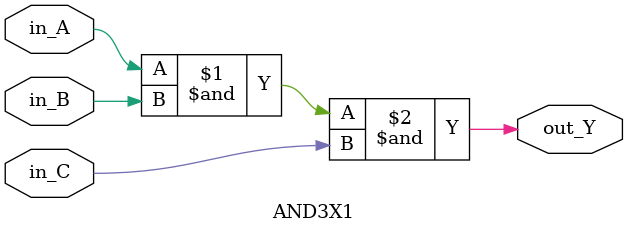
<source format=v>


`timescale 1ns / 1ps

module AND3X1 (

	// 1. port list
	in_A,
	in_B,
	in_C,
	out_Y
);

// 2. port declaratoon
input	in_A;
input	in_B;
input	in_C;
output	out_Y;

// 3. modeling(Gate Level Modeling)
//instantlate primitive gate
and and3X1 (out_Y, in_A, in_B, in_C);

endmodule

</source>
